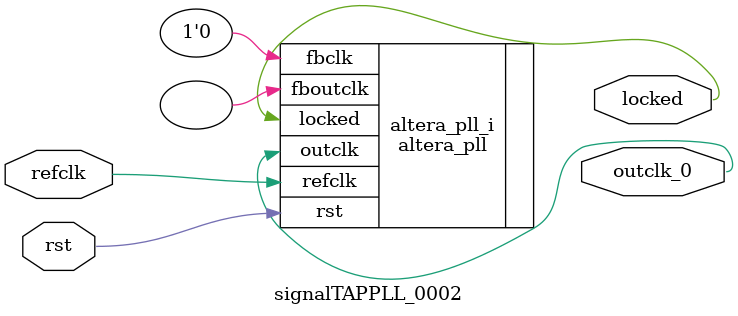
<source format=v>
`timescale 1ns/10ps
module  signalTAPPLL_0002(

	// interface 'refclk'
	input wire refclk,

	// interface 'reset'
	input wire rst,

	// interface 'outclk0'
	output wire outclk_0,

	// interface 'locked'
	output wire locked
);

	altera_pll #(
		.fractional_vco_multiplier("false"),
		.reference_clock_frequency("50.0 MHz"),
		.operation_mode("direct"),
		.number_of_clocks(1),
		.output_clock_frequency0("200.000000 MHz"),
		.phase_shift0("0 ps"),
		.duty_cycle0(50),
		.output_clock_frequency1("0 MHz"),
		.phase_shift1("0 ps"),
		.duty_cycle1(50),
		.output_clock_frequency2("0 MHz"),
		.phase_shift2("0 ps"),
		.duty_cycle2(50),
		.output_clock_frequency3("0 MHz"),
		.phase_shift3("0 ps"),
		.duty_cycle3(50),
		.output_clock_frequency4("0 MHz"),
		.phase_shift4("0 ps"),
		.duty_cycle4(50),
		.output_clock_frequency5("0 MHz"),
		.phase_shift5("0 ps"),
		.duty_cycle5(50),
		.output_clock_frequency6("0 MHz"),
		.phase_shift6("0 ps"),
		.duty_cycle6(50),
		.output_clock_frequency7("0 MHz"),
		.phase_shift7("0 ps"),
		.duty_cycle7(50),
		.output_clock_frequency8("0 MHz"),
		.phase_shift8("0 ps"),
		.duty_cycle8(50),
		.output_clock_frequency9("0 MHz"),
		.phase_shift9("0 ps"),
		.duty_cycle9(50),
		.output_clock_frequency10("0 MHz"),
		.phase_shift10("0 ps"),
		.duty_cycle10(50),
		.output_clock_frequency11("0 MHz"),
		.phase_shift11("0 ps"),
		.duty_cycle11(50),
		.output_clock_frequency12("0 MHz"),
		.phase_shift12("0 ps"),
		.duty_cycle12(50),
		.output_clock_frequency13("0 MHz"),
		.phase_shift13("0 ps"),
		.duty_cycle13(50),
		.output_clock_frequency14("0 MHz"),
		.phase_shift14("0 ps"),
		.duty_cycle14(50),
		.output_clock_frequency15("0 MHz"),
		.phase_shift15("0 ps"),
		.duty_cycle15(50),
		.output_clock_frequency16("0 MHz"),
		.phase_shift16("0 ps"),
		.duty_cycle16(50),
		.output_clock_frequency17("0 MHz"),
		.phase_shift17("0 ps"),
		.duty_cycle17(50),
		.pll_type("General"),
		.pll_subtype("General")
	) altera_pll_i (
		.rst	(rst),
		.outclk	({outclk_0}),
		.locked	(locked),
		.fboutclk	( ),
		.fbclk	(1'b0),
		.refclk	(refclk)
	);
endmodule


</source>
